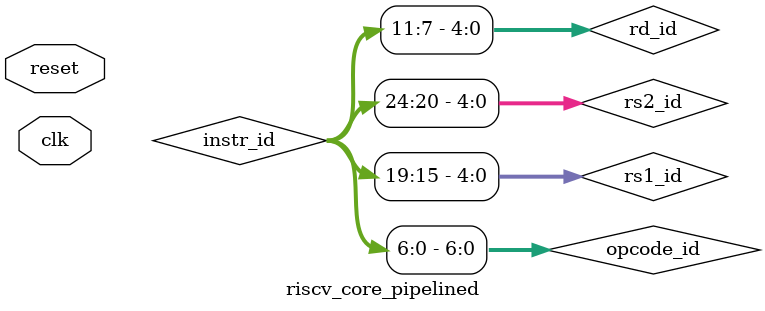
<source format=v>
`timescale 1ns / 100ps


module riscv_core_pipelined(
    input clk, reset
    );
    //IF wires
    wire [31:0] pc_out_if, pc_next_if, instr_if;
    wire [31:0] pc_plus_4_if;
    
    //IF_ID
    wire [31:0] pc_id, instr_id;
    
    //ID wires
    wire [6:0] opcode_id;
    wire [4:0] rs1_id, rs2_id, rd_id;
    wire [2:0] funct3_id;
    wire [6:0] funct7_id;

    wire RegWrite_id, MemtoReg_id, MemRead_id, MemWrite_id, ALUSrc_id;
    wire [1:0] ALUOp_id;

    wire [31:0] imm_id;
    wire [31:0] reg_rs1_id, reg_rs2_id;
    
    //ID_EX
    wire RegWrite_ex, MemtoReg_ex, MemRead_ex, MemWrite_ex, ALUSrc_ex;
    wire [1:0] ALUOp_ex;
    wire [31:0] pc_ex, imm_ex, rs1_data_ex, rs2_data_ex;
    wire [4:0] rs1_ex, rs2_ex, rd_ex;
    wire [2:0] funct3_ex;
    wire [6:0] funct7_ex;
    
    //EX wires
    wire [3:0] alu_ctrl_ex;
    wire [31:0] alu_b_ex, alu_result_ex;
    wire zero_ex;
    wire [31:0] pc_branch_ex;
    
    //EX_MEM
    wire RegWrite_mem, MemtoReg_mem, MemRead_mem, MemWrite_mem;
    wire [31:0] alu_result_mem, rs2_data_mem;
    wire [4:0] rd_mem;
    
    //MEM wires
    wire [31:0] mem_read_data_mem;
     
     //MEM_WB
    wire RegWrite_wb, MemtoReg_wb;
    wire [31:0] alu_result_wb, mem_read_data_wb;
    wire [4:0] rd_wb;
    
    //WB wires
    wire [31:0] wb_data;
    
    //INSTANTIATIONS
    
    //IF: PC & IMEM
    pc u_pc(.clk(clk), .reset(reset), .pc_next(pc_next_if), .pc_out(pc_out_if));
    imem u_imem(.addr(pc_out_if), .instr(instr_if));
    
    //IF_ID
    if_id u_if_id(
        .clk(clk), .reset(reset),
        .pc_in(pc_out_if), .instr_in(instr_if),
        .pc_out(pc_id), .instr_out(instr_id)
    );
    
    //ID: DECODE, CONTROL, IMM_GEN & REGFILE
    //DECODE
    assign opcode_id = instr_id[6:0];
    assign rs1_id = instr_id[19:15];
    assign rs2_id = instr_id[24:20];
    assign rd_id  = instr_id[11:7];
    assign funct3_id = instr_id[14:12];
    assign funct7_id = instr_id[31:25];
    
    //IMM_GEN
    imm_gen u_imm_id(.instr(instr_id), .imm(imm_id));
    
    //CONTROL_SIGNAL
    control u_control_id(
        .opcode(opcode_id),
        .Branch(), // branching will happen after EXECUTION stage
        .MemRead(MemRead_id),
        .MemtoReg(MemtoReg_id),
        .ALUOp(ALUOp_id),
        .MemWrite(MemWrite_id),
        .ALUSrc(ALUSrc_id),
        .RegWrite(RegWrite_id)
    );
    
    //REGFILE
    regfile u_regfile(
        .clk(clk),
        .we(RegWrite_wb),    // WriteBack stage will tell when write enable active
        .rs1(rs1_id),
        .rs2(rs2_id),
        .rd(rd_wb),          // Writeback stage will tell the destination register
        .wd(wb_data),        // WriteBack stage will tell what data to write
        .rd1(reg_rs1_id),
        .rd2(reg_rs2_id)
    );
    
    //ID_EX
    id_ex u_id_ex(
        .clk(clk), .reset(reset),
        
        .RegWrite_in(RegWrite_id),
        .MemtoReg_in(MemtoReg_id),
        .MemRead_in(MemRead_id),
        .MemWrite_in(MemWrite_id),
        .ALUSrc_in(ALUSrc_id),
        .ALUOp_in(ALUOp_id),
        
        .pc_in(pc_id),
        .imm_in(imm_id),
        .rs1_data_in(reg_rs1_id),
        .rs2_data_in(reg_rs2_id),
        .rs1_in(rs1_id),
        .rs2_in(rs2_id),
        .rd_in(rd_id),
        .funct3_in(funct3_id),
        .funct7_in(funct7_id),
        
        .RegWrite(RegWrite_ex),
        .MemtoReg(MemtoReg_ex),
        .MemRead(MemRead_ex),
        .MemWrite(MemWrite_ex),
        .ALUSrc(ALUSrc_ex),
        .ALUOp(ALUOp_ex),
        .pc(pc_ex),
        .imm(imm_ex),
        .rs1_data(rs1_data_ex),
        .rs2_data(rs2_data_ex),
        .rs1(rs1_ex),
        .rs2(rs2_ex),
        .rd(rd_ex),
        .funct3(funct3_ex),
        .funct7(funct7_ex)
    );
    
    //EX: ALU_CTRL & ALU
    //ALU_CTRL
    alu_ctrl u_aluctrl_ex(
        .ALUOp(ALUOp_ex),
        .funct7(funct7_ex),
        .funct3(funct3_ex),
        .alu_ctrl(alu_ctrl_ex)
    );
    
    //mux for input b (i.e., REGISTER @ or IMMIDIATE)
    assign alu_b_ex = (ALUSrc_ex)? imm_ex : rs2_data_ex;
    
    //ALU
    alu u_alu_ex(
        .a(rs1_data_ex),
        .b(alu_b_ex),
        .alu_ctrl(alu_ctrl_ex),
        .result(alu_result_ex),
        .zero(zero_ex)
    );
    
    //Branch Calculation
    assign pc_branch_ex = pc_ex + imm_ex;
    
    //EX_MEM
    ex_mem u_ex_mem(
        .clk(clk), .reset(reset),
        
        .RegWrite_in(RegWrite_ex),
        .MemtoReg_in(MemtoReg_ex),
        .MemRead_in(MemRead_ex),
        .MemWrite_in(MemWrite_ex),
        
        .alu_result_in(alu_result_ex),
        .rs2_data_in(rs2_data_ex),
        .rd_in(rd_ex),
        
        .RegWrite(RegWrite_mem),
        .MemtoReg(MemtoReg_mem),
        .MemRead(MemRead_mem),
        .MemWrite(MemWrite_mem),
        .alu_result(alu_result_mem),
        .rs2_data(rs2_data_mem),
        .rd(rd_mem)
    );
    
    //MEM: DATA_MEM
    data_mem u_data_mem(
        .clk(clk),
        .MemRead(MemRead_mem),
        .MemWrite(MemWrite_mem),
        .addr(alu_result_mem),
        .write_data(rs2_data_mem),
        .read_data(mem_read_data_mem)
    );
    
    //MEM_WB
    mem_wb u_mem_wb(
        .clk(clk), .reset(reset),
        
        .RegWrite_in(RegWrite_mem),
        .MemtoReg_in(MemtoReg_mem),
        .alu_result_in(alu_result_mem),
        .rd_in(rd_mem),
        
        .mem_read_data_in(mem_read_data_mem),
        
        .RegWrite(RegWrite_wb),
        .MemtoReg(MemtoReg_wb),
        .alu_result(alu_result_wb),
        .rd(rd_wb),
        .mem_read_data(mem_read_data_wb)
    );
    
    //WB: MUX for choosing WRITE DATA (i.e., mem_read_data or alu_result)
    assign wb_data = (MemtoReg_wb)? mem_read_data_wb : alu_result_wb;
    
    // function of program counter (go ahead or braching)
    assign pc_plus_4_if = pc_out_if + 32'd4;
    reg branch_ff;
    reg [31:0] branch_pc;
    
    always@(*) begin
        if((ALUOp_ex == 2'b01)& zero_ex) begin
            branch_ff = 1;
            branch_pc = pc_out_if + imm_ex;
        end else begin
            branch_ff = 0;
            branch_pc = pc_plus_4_if; //just for safe side
        end
    end
    
    assign pc_next_if = (branch_ff)? branch_pc : pc_plus_4_if;
   
endmodule

</source>
